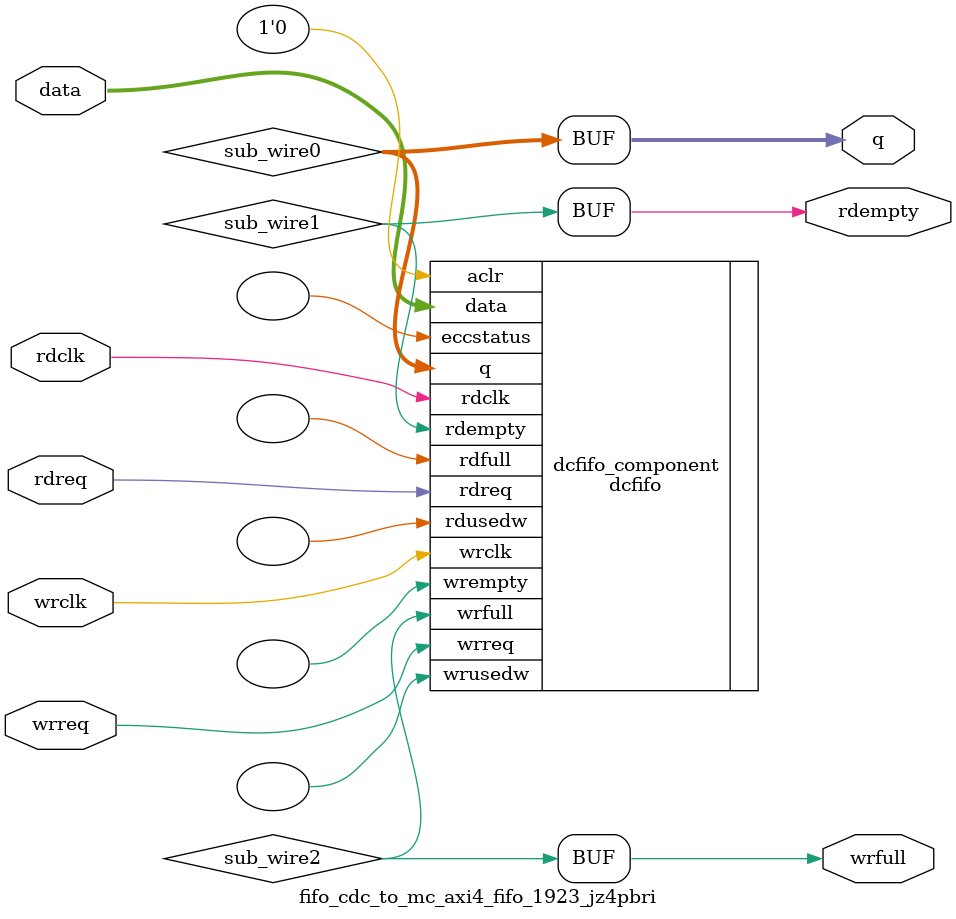
<source format=v>



`timescale 1 ps / 1 ps
// synopsys translate_on
module  fifo_cdc_to_mc_axi4_fifo_1923_jz4pbri  (
    data,
    rdclk,
    rdreq,
    wrclk,
    wrreq,
    q,
    rdempty,
    wrfull);

    input  [1023:0]  data;
    input    rdclk;
    input    rdreq;
    input    wrclk;
    input    wrreq;
    output [1023:0]  q;
    output   rdempty;
    output   wrfull;

    wire [1023:0] sub_wire0;
    wire  sub_wire1;
    wire  sub_wire2;
    wire [1023:0] q = sub_wire0[1023:0];
    wire  rdempty = sub_wire1;
    wire  wrfull = sub_wire2;

    dcfifo  dcfifo_component (
                .data (data),
                .rdclk (rdclk),
                .rdreq (rdreq),
                .wrclk (wrclk),
                .wrreq (wrreq),
                .q (sub_wire0),
                .rdempty (sub_wire1),
                .wrfull (sub_wire2),
                .aclr (1'b0),
                .eccstatus (),
                .rdfull (),
                .rdusedw (),
                .wrempty (),
                .wrusedw ());
    defparam
        dcfifo_component.enable_ecc  = "FALSE",
        dcfifo_component.intended_device_family  = "Agilex 7",
        dcfifo_component.lpm_hint  = "DISABLE_DCFIFO_EMBEDDED_TIMING_CONSTRAINT=TRUE",
        dcfifo_component.lpm_numwords  = 8,
        dcfifo_component.lpm_showahead  = "OFF",
        dcfifo_component.lpm_type  = "dcfifo",
        dcfifo_component.lpm_width  = 1024,
        dcfifo_component.lpm_widthu  = 3,
        dcfifo_component.overflow_checking  = "ON",
        dcfifo_component.rdsync_delaypipe  = 4,
        dcfifo_component.underflow_checking  = "ON",
        dcfifo_component.use_eab  = "ON",
        dcfifo_component.wrsync_delaypipe  = 4;


endmodule



</source>
